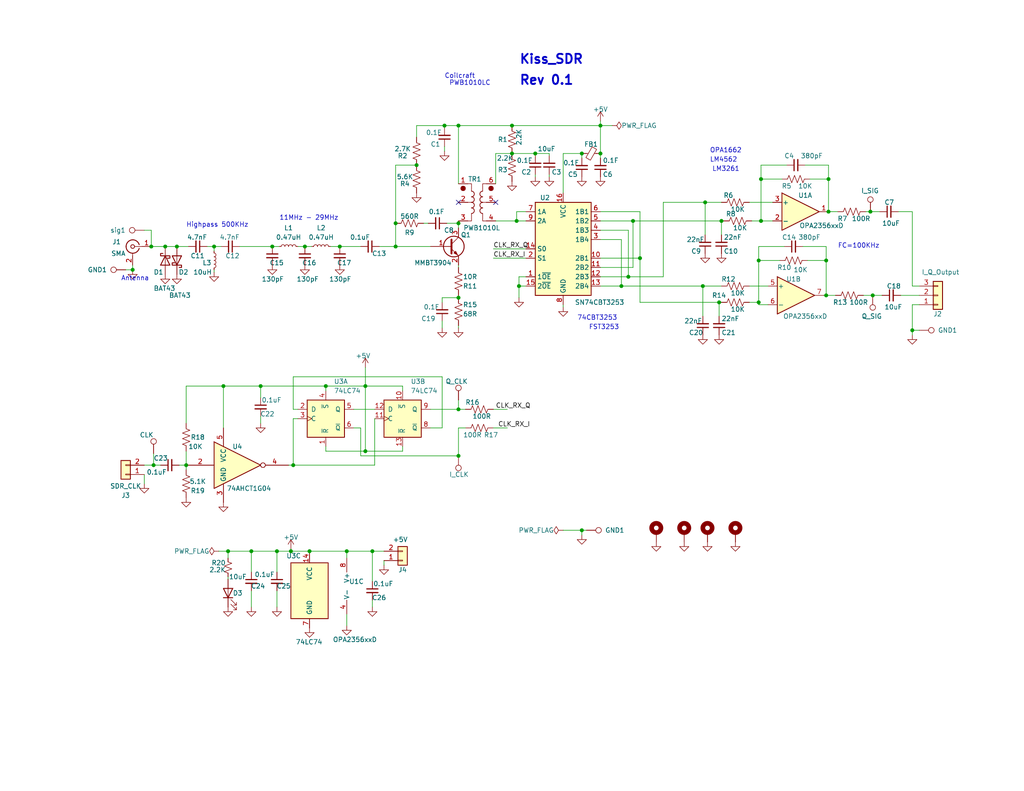
<source format=kicad_sch>
(kicad_sch (version 20230121) (generator eeschema)
  (paper "USLetter")
  (title_block (title "kiss_sdr_r1") (date "2024-03-12") (rev "0.1"))
  (junction (at 174.625 70.485))
  (junction (at 68.58 150.495))
  (junction (at 226.06 48.895))
  (junction (at 125.095 111.76))
  (junction (at 75.565 150.495))
  (junction (at 41.91 127))
  (junction (at 158.75 144.78))
  (junction (at 62.23 150.495))
  (junction (at 58.42 67.31))
  (junction (at 139.7 41.91))
  (junction (at 169.545 78.105))
  (junction (at 125.095 60.96))
  (junction (at 196.85 60.325))
  (junction (at 207.645 60.325))
  (junction (at 238.125 80.645))
  (junction (at 237.49 57.785))
  (junction (at 207.01 71.12))
  (junction (at 79.375 150.495))
  (junction (at 83.185 67.31))
  (junction (at 50.8 127))
  (junction (at 99.695 123.19))
  (junction (at 125.095 34.29))
  (junction (at 225.425 71.12))
  (junction (at 48.26 67.31))
  (junction (at 101.6 150.495))
  (junction (at 191.77 78.105))
  (junction (at 171.45 75.565))
  (junction (at 92.71 67.31))
  (junction (at 60.96 105.41))
  (junction (at 84.455 150.495))
  (junction (at 125.095 81.28))
  (junction (at 41.275 67.31))
  (junction (at 163.83 34.29))
  (junction (at 207.01 82.55))
  (junction (at 163.83 41.91))
  (junction (at 113.665 45.085))
  (junction (at 140.97 60.325))
  (junction (at 99.695 105.41))
  (junction (at 125.095 124.46))
  (junction (at 80.01 127))
  (junction (at 141.605 78.105))
  (junction (at 107.95 67.31))
  (junction (at 158.75 41.91))
  (junction (at 74.295 67.31))
  (junction (at 226.06 57.785))
  (junction (at 45.085 67.31))
  (junction (at 107.95 60.96))
  (junction (at 225.425 80.645))
  (junction (at 88.9 105.41))
  (junction (at 36.195 73.66))
  (junction (at 121.285 34.29))
  (junction (at 248.92 90.17))
  (junction (at 172.72 60.325))
  (junction (at 139.7 34.29))
  (junction (at 146.05 41.91))
  (junction (at 94.615 150.495))
  (junction (at 71.12 105.41))
  (junction (at 207.645 48.895))
  (junction (at 192.405 55.245))
  (junction (at 196.215 82.55))
  (no_connect (at 135.255 55.245))
  (no_connect (at 125.095 55.245))
  (wire (pts (xy 135.255 41.91) (xy 135.255 50.165)))
  (wire (pts (xy 163.83 57.785) (xy 174.625 57.785)))
  (wire (pts (xy 219.71 45.085) (xy 226.06 45.085)))
  (wire (pts (xy 80.01 102.87) (xy 120.65 102.87)))
  (wire (pts (xy 94.615 167.64) (xy 94.615 170.815)))
  (wire (pts (xy 226.06 57.785) (xy 228.6 57.785)))
  (wire (pts (xy 104.775 153.035) (xy 104.775 154.305)))
  (wire (pts (xy 139.7 34.29) (xy 163.83 34.29)))
  (wire (pts (xy 207.645 60.325) (xy 210.82 60.325)))
  (wire (pts (xy 248.92 90.17) (xy 248.92 91.44)))
  (wire (pts (xy 60.96 105.41) (xy 60.96 116.84)))
  (wire (pts (xy 90.17 67.31) (xy 92.71 67.31)))
  (wire (pts (xy 101.6 158.75) (xy 101.6 150.495)))
  (wire (pts (xy 204.47 55.245) (xy 210.82 55.245)))
  (wire (pts (xy 196.215 82.55) (xy 196.215 86.36)))
  (wire (pts (xy 149.86 41.91) (xy 149.86 42.545)))
  (wire (pts (xy 169.545 78.105) (xy 169.545 65.405)))
  (wire (pts (xy 192.405 55.245) (xy 192.405 64.135)))
  (wire (pts (xy 101.6 150.495) (xy 94.615 150.495)))
  (wire (pts (xy 207.645 48.895) (xy 207.645 60.325)))
  (wire (pts (xy 141.605 75.565) (xy 141.605 78.105)))
  (wire (pts (xy 39.37 129.54) (xy 39.37 132.08)))
  (wire (pts (xy 236.22 57.785) (xy 237.49 57.785)))
  (wire (pts (xy 248.92 57.785) (xy 248.92 78.105)))
  (wire (pts (xy 158.75 41.91) (xy 158.75 43.18)))
  (wire (pts (xy 225.425 80.645) (xy 227.965 80.645)))
  (wire (pts (xy 79.375 149.86) (xy 79.375 150.495)))
  (wire (pts (xy 99.695 105.41) (xy 99.695 123.19)))
  (wire (pts (xy 163.83 75.565) (xy 171.45 75.565)))
  (wire (pts (xy 226.06 48.895) (xy 220.98 48.895)))
  (wire (pts (xy 94.615 152.4) (xy 94.615 150.495)))
  (wire (pts (xy 79.375 150.495) (xy 84.455 150.495)))
  (wire (pts (xy 139.7 41.91) (xy 135.255 41.91)))
  (wire (pts (xy 196.85 78.105) (xy 191.77 78.105)))
  (wire (pts (xy 68.58 156.21) (xy 68.58 150.495)))
  (wire (pts (xy 225.425 67.31) (xy 225.425 71.12)))
  (wire (pts (xy 140.97 57.785) (xy 143.51 57.785)))
  (wire (pts (xy 207.01 67.31) (xy 207.01 71.12)))
  (wire (pts (xy 68.58 161.29) (xy 68.58 165.735)))
  (wire (pts (xy 172.72 60.325) (xy 196.85 60.325)))
  (wire (pts (xy 125.095 109.22) (xy 125.095 111.76)))
  (wire (pts (xy 207.645 48.895) (xy 213.36 48.895)))
  (wire (pts (xy 62.23 158.115) (xy 62.23 157.48)))
  (wire (pts (xy 75.565 150.495) (xy 75.565 156.21)))
  (wire (pts (xy 79.375 150.495) (xy 75.565 150.495)))
  (wire (pts (xy 120.65 81.28) (xy 120.65 82.55)))
  (wire (pts (xy 219.075 67.31) (xy 225.425 67.31)))
  (wire (pts (xy 109.855 123.19) (xy 109.855 121.92)))
  (wire (pts (xy 146.05 41.91) (xy 149.86 41.91)))
  (wire (pts (xy 196.85 60.325) (xy 196.85 64.135)))
  (wire (pts (xy 68.58 150.495) (xy 75.565 150.495)))
  (wire (pts (xy 117.475 116.84) (xy 120.65 116.84)))
  (wire (pts (xy 45.085 67.31) (xy 48.26 67.31)))
  (wire (pts (xy 245.745 80.645) (xy 250.825 80.645)))
  (wire (pts (xy 213.995 67.31) (xy 207.01 67.31)))
  (wire (pts (xy 248.92 83.185) (xy 250.825 83.185)))
  (wire (pts (xy 103.505 67.31) (xy 107.95 67.31)))
  (wire (pts (xy 163.83 70.485) (xy 174.625 70.485)))
  (wire (pts (xy 68.58 150.495) (xy 62.23 150.495)))
  (wire (pts (xy 50.8 123.19) (xy 50.8 127)))
  (wire (pts (xy 48.26 67.31) (xy 51.435 67.31)))
  (wire (pts (xy 238.125 80.645) (xy 240.665 80.645)))
  (wire (pts (xy 41.91 123.825) (xy 41.91 127)))
  (wire (pts (xy 59.69 150.495) (xy 62.23 150.495)))
  (wire (pts (xy 107.95 60.96) (xy 107.95 67.31)))
  (wire (pts (xy 121.92 60.96) (xy 125.095 60.96)))
  (wire (pts (xy 169.545 78.105) (xy 191.77 78.105)))
  (wire (pts (xy 153.67 41.91) (xy 153.67 52.705)))
  (wire (pts (xy 125.095 34.29) (xy 125.095 50.165)))
  (wire (pts (xy 58.42 67.31) (xy 60.325 67.31)))
  (wire (pts (xy 134.62 116.84) (xy 138.43 116.84)))
  (wire (pts (xy 84.455 150.495) (xy 94.615 150.495)))
  (wire (pts (xy 172.72 73.025) (xy 172.72 60.325)))
  (wire (pts (xy 143.51 75.565) (xy 141.605 75.565)))
  (wire (pts (xy 248.92 83.185) (xy 248.92 90.17)))
  (wire (pts (xy 204.47 82.55) (xy 207.01 82.55)))
  (wire (pts (xy 163.83 60.325) (xy 172.72 60.325)))
  (wire (pts (xy 205.105 60.325) (xy 207.645 60.325)))
  (wire (pts (xy 226.06 45.085) (xy 226.06 48.895)))
  (wire (pts (xy 153.67 41.91) (xy 158.75 41.91)))
  (wire (pts (xy 125.095 72.39) (xy 125.095 73.025)))
  (wire (pts (xy 158.75 144.78) (xy 158.75 146.05)))
  (wire (pts (xy 34.29 73.66) (xy 36.195 73.66)))
  (wire (pts (xy 41.275 62.865) (xy 39.37 62.865)))
  (wire (pts (xy 81.28 114.3) (xy 80.01 114.3)))
  (wire (pts (xy 78.74 127) (xy 80.01 127)))
  (wire (pts (xy 160.02 144.78) (xy 158.75 144.78)))
  (wire (pts (xy 174.625 70.485) (xy 174.625 82.55)))
  (wire (pts (xy 41.275 67.31) (xy 41.275 62.865)))
  (wire (pts (xy 163.83 62.865) (xy 171.45 62.865)))
  (wire (pts (xy 125.095 81.28) (xy 120.65 81.28)))
  (wire (pts (xy 101.6 150.495) (xy 104.775 150.495)))
  (wire (pts (xy 207.645 45.085) (xy 207.645 48.895)))
  (wire (pts (xy 74.295 67.31) (xy 76.2 67.31)))
  (wire (pts (xy 41.275 67.31) (xy 45.085 67.31)))
  (wire (pts (xy 125.095 124.46) (xy 125.095 116.84)))
  (wire (pts (xy 96.52 111.76) (xy 102.235 111.76)))
  (wire (pts (xy 80.01 114.3) (xy 80.01 127)))
  (wire (pts (xy 225.425 71.12) (xy 225.425 80.645)))
  (wire (pts (xy 196.85 82.55) (xy 196.215 82.55)))
  (wire (pts (xy 71.12 113.665) (xy 71.12 115.57)))
  (wire (pts (xy 149.86 47.625) (xy 149.86 48.26)))
  (wire (pts (xy 88.9 105.41) (xy 88.9 106.68)))
  (wire (pts (xy 134.62 70.485) (xy 143.51 70.485)))
  (wire (pts (xy 41.91 127) (xy 43.815 127)))
  (wire (pts (xy 207.01 71.12) (xy 212.725 71.12)))
  (wire (pts (xy 235.585 80.645) (xy 238.125 80.645)))
  (wire (pts (xy 80.01 127) (xy 102.235 127)))
  (wire (pts (xy 56.515 67.31) (xy 58.42 67.31)))
  (wire (pts (xy 84.455 150.495) (xy 84.455 151.13)))
  (wire (pts (xy 88.9 123.19) (xy 99.695 123.19)))
  (wire (pts (xy 214.63 45.085) (xy 207.645 45.085)))
  (wire (pts (xy 135.255 60.325) (xy 140.97 60.325)))
  (wire (pts (xy 237.49 57.785) (xy 240.03 57.785)))
  (wire (pts (xy 58.42 73.66) (xy 58.42 74.295)))
  (wire (pts (xy 209.55 78.105) (xy 204.47 78.105)))
  (wire (pts (xy 96.52 116.84) (xy 98.425 116.84)))
  (wire (pts (xy 113.665 34.29) (xy 113.665 37.465)))
  (wire (pts (xy 125.095 34.29) (xy 139.7 34.29)))
  (wire (pts (xy 121.285 40.005) (xy 121.285 41.275)))
  (wire (pts (xy 39.37 127) (xy 41.91 127)))
  (wire (pts (xy 163.83 65.405) (xy 169.545 65.405)))
  (wire (pts (xy 134.62 67.945) (xy 143.51 67.945)))
  (wire (pts (xy 107.95 67.31) (xy 117.475 67.31)))
  (wire (pts (xy 180.975 55.245) (xy 192.405 55.245)))
  (wire (pts (xy 120.65 87.63) (xy 120.65 89.535)))
  (wire (pts (xy 125.095 111.76) (xy 127 111.76)))
  (wire (pts (xy 115.57 60.96) (xy 116.84 60.96)))
  (wire (pts (xy 121.285 34.29) (xy 113.665 34.29)))
  (wire (pts (xy 191.77 78.105) (xy 191.77 86.36)))
  (wire (pts (xy 99.695 105.41) (xy 99.695 100.33)))
  (wire (pts (xy 207.01 71.12) (xy 207.01 82.55)))
  (wire (pts (xy 121.285 34.29) (xy 121.285 34.925)))
  (wire (pts (xy 163.83 41.91) (xy 163.83 43.18)))
  (wire (pts (xy 125.095 80.645) (xy 125.095 81.28)))
  (wire (pts (xy 102.235 114.3) (xy 102.235 127)))
  (wire (pts (xy 109.855 106.68) (xy 109.855 105.41)))
  (wire (pts (xy 101.6 163.83) (xy 101.6 165.735)))
  (wire (pts (xy 171.45 75.565) (xy 171.45 62.865)))
  (wire (pts (xy 248.92 78.105) (xy 250.825 78.105)))
  (wire (pts (xy 121.285 34.29) (xy 125.095 34.29)))
  (wire (pts (xy 58.42 67.31) (xy 58.42 68.58)))
  (wire (pts (xy 143.51 60.325) (xy 140.97 60.325)))
  (wire (pts (xy 120.65 102.87) (xy 120.65 116.84)))
  (wire (pts (xy 140.97 60.325) (xy 140.97 57.785)))
  (wire (pts (xy 174.625 82.55) (xy 196.215 82.55)))
  (wire (pts (xy 125.095 116.84) (xy 127 116.84)))
  (wire (pts (xy 50.8 105.41) (xy 50.8 115.57)))
  (wire (pts (xy 207.01 83.185) (xy 209.55 83.185)))
  (wire (pts (xy 99.695 123.19) (xy 109.855 123.19)))
  (wire (pts (xy 163.83 73.025) (xy 172.72 73.025)))
  (wire (pts (xy 134.62 111.76) (xy 138.43 111.76)))
  (wire (pts (xy 226.06 57.785) (xy 226.06 48.895)))
  (wire (pts (xy 92.71 67.31) (xy 98.425 67.31)))
  (wire (pts (xy 163.83 34.29) (xy 167.005 34.29)))
  (wire (pts (xy 109.855 105.41) (xy 99.695 105.41)))
  (wire (pts (xy 98.425 124.46) (xy 125.095 124.46)))
  (wire (pts (xy 197.485 60.325) (xy 196.85 60.325)))
  (wire (pts (xy 71.12 108.585) (xy 71.12 105.41)))
  (wire (pts (xy 107.95 45.085) (xy 107.95 60.96)))
  (wire (pts (xy 125.095 60.325) (xy 125.095 60.96)))
  (wire (pts (xy 65.405 67.31) (xy 74.295 67.31)))
  (wire (pts (xy 71.12 105.41) (xy 88.9 105.41)))
  (wire (pts (xy 248.92 90.17) (xy 250.825 90.17)))
  (wire (pts (xy 50.8 127) (xy 50.8 128.27)))
  (wire (pts (xy 146.05 47.625) (xy 146.05 48.26)))
  (wire (pts (xy 36.195 73.66) (xy 36.195 72.39)))
  (wire (pts (xy 81.28 67.31) (xy 83.185 67.31)))
  (wire (pts (xy 60.96 105.41) (xy 71.12 105.41)))
  (wire (pts (xy 125.095 88.9) (xy 125.095 89.535)))
  (wire (pts (xy 153.67 83.185) (xy 153.67 83.82)))
  (wire (pts (xy 83.185 67.31) (xy 85.09 67.31)))
  (wire (pts (xy 113.665 45.085) (xy 107.95 45.085)))
  (wire (pts (xy 50.8 105.41) (xy 60.96 105.41)))
  (wire (pts (xy 48.895 127) (xy 50.8 127)))
  (wire (pts (xy 207.01 83.185) (xy 207.01 82.55)))
  (wire (pts (xy 245.11 57.785) (xy 248.92 57.785)))
  (wire (pts (xy 143.51 78.105) (xy 141.605 78.105)))
  (wire (pts (xy 88.9 121.92) (xy 88.9 123.19)))
  (wire (pts (xy 117.475 111.76) (xy 125.095 111.76)))
  (wire (pts (xy 99.695 105.41) (xy 88.9 105.41)))
  (wire (pts (xy 80.01 111.76) (xy 80.01 102.87)))
  (wire (pts (xy 139.7 41.91) (xy 146.05 41.91)))
  (wire (pts (xy 146.05 41.91) (xy 146.05 42.545)))
  (wire (pts (xy 180.975 75.565) (xy 180.975 55.245)))
  (wire (pts (xy 153.67 144.78) (xy 158.75 144.78)))
  (wire (pts (xy 81.28 111.76) (xy 80.01 111.76)))
  (wire (pts (xy 225.425 71.12) (xy 220.345 71.12)))
  (wire (pts (xy 225.425 80.645) (xy 224.79 80.645)))
  (wire (pts (xy 163.83 34.29) (xy 163.83 41.91)))
  (wire (pts (xy 163.83 78.105) (xy 169.545 78.105)))
  (wire (pts (xy 125.095 60.96) (xy 125.095 62.23)))
  (wire (pts (xy 75.565 161.29) (xy 75.565 165.735)))
  (wire (pts (xy 62.23 150.495) (xy 62.23 152.4)))
  (wire (pts (xy 98.425 116.84) (xy 98.425 124.46)))
  (wire (pts (xy 196.85 55.245) (xy 192.405 55.245)))
  (wire (pts (xy 141.605 78.105) (xy 141.605 81.28)))
  (wire (pts (xy 171.45 75.565) (xy 180.975 75.565)))
  (wire (pts (xy 174.625 57.785) (xy 174.625 70.485)))
  (wire (pts (xy 163.83 33.02) (xy 163.83 34.29)))
  (text "11MHz - 29MHz" (at 76.2 60.325 0) (effects (font (size 1.27 1.27)) (justify left bottom)))
  (text "Highpass 500KHz" (at 50.8 62.23 0) (effects (font (size 1.27 1.27)) (justify left bottom)))
  (text "Coilcraft" (at 121.285 21.59 0) (effects (font (size 1.27 1.27)) (justify left bottom)))
  (text "Kiss_SDR" (at 141.605 17.78 0) (effects (font (size 2.5 2.5) (thickness 0.5) bold) (justify left bottom)))
  (text "FC=100KHz" (at 228.6 67.945 0) (effects (font (size 1.27 1.27)) (justify left bottom)))
  (text "Antenna" (at 33.02 76.835 0) (effects (font (size 1.27 1.27)) (justify left bottom)))
  (text "Rev 0.1" (at 141.605 23.495 0) (effects (font (size 2.5 2.5) bold) (justify left bottom)))
  (text "LM3261" (at 194.31 46.99 0) (effects (font (size 1.27 1.27)) (justify left bottom)))
  (text "OPA1662" (at 193.675 41.91 0) (effects (font (size 1.27 1.27)) (justify left bottom)))
  (text "74CBT3253" (at 157.48 87.63 0) (effects (font (size 1.27 1.27)) (justify left bottom)))
  (text "FST3253\n" (at 160.655 90.17 0) (effects (font (size 1.27 1.27)) (justify left bottom)))
  (text "LM4562" (at 193.675 44.45 0) (effects (font (size 1.27 1.27)) (justify left bottom)))
  (text "PWB1010LC" (at 122.555 23.495 0) (effects (font (size 1.27 1.27)) (justify left bottom)))
  (label "CLK_RX_I" (at 134.62 70.485 0))
  (label "CLK_RX_I" (at 135.89 116.84 0))
  (label "CLK_RX_Q" (at 134.62 67.945 0))
  (label "CLK_RX_Q" (at 135.255 111.76 0))
  (symbol (lib_id "Device:C_Small") (at 243.205 80.645 90) (unit 1)
    (property "Reference" "C18" (at 241.935 78.105 90) (effects (justify right)))
    (property "Value" "10uF" (at 241.3 83.82 90) (effects (justify right)))
    (property "Footprint" "Capacitor_SMD:C_1206_3216Metric_Pad1.33x1.80mm_HandSolder" (effects hide))
    (property "Description" "CAP CER, 0.1uF, 25V, X7R, 0603" (effects hide))
    (property "Vendor" "Digikey" (effects hide))
    (property "Vendor #" "1276-1017-1-ND" (effects hide))
  )
  (symbol (lib_id "power:GND") (at 62.23 165.735 0) (unit 1)
    (property "Reference" "#PWR037" (effects hide))
    (property "Value" "GND" (effects hide))
  )
  (symbol (lib_id "Mechanical:MountingHole_Pad") (at 200.66 145.415 0) (unit 1) (in_bom no)
    (property "Reference" "H4" (effects hide))
    (property "Value" "MountingHole_Pad" (effects hide))
    (property "Footprint" "MountingHole:MountingHole_2.7mm_M2.5_ISO14580_Pad" (effects hide))
  )
  (symbol (lib_id "power:+5V") (at 99.695 100.33 0) (unit 1)
    (property "Reference" "#PWR025" (effects hide))
    (property "Value" "+5V" (at 99.06 97.155 0))
  )
  (symbol (lib_id "Connector:TestPoint") (at 34.29 73.66 90) (mirror x) (unit 1) (in_bom no)
    (property "Reference" "GND1" (effects hide))
    (property "Value" "GND1" (at 29.21 73.66 90) (effects (justify left)))
    (property "Footprint" "TestPoint:TestPoint_THTPad_D2.0mm_Drill1.0mm" (effects hide))
  )
  (symbol (lib_id "power:GND") (at 58.42 74.295 0) (unit 1)
    (property "Reference" "#PWR015" (effects hide))
    (property "Value" "GND" (effects hide))
  )
  (symbol (lib_id "Connector:TestPoint") (at 125.095 124.46 0) (mirror x) (unit 1) (in_bom no)
    (property "Reference" "I_CLK1" (effects hide))
    (property "Value" "I_CLK" (at 122.555 129.54 0) (effects (justify left)))
    (property "Footprint" "TestPoint:TestPoint_THTPad_D2.0mm_Drill1.0mm" (effects hide))
  )
  (symbol (lib_id "Device:R_US") (at 139.7 45.72 180) (unit 1)
    (property "Reference" "R3" (at 137.16 46.355 0))
    (property "Value" "2.2K" (at 137.795 43.18 0))
    (property "Footprint" "Resistor_SMD:R_1206_3216Metric_Pad1.30x1.75mm_HandSolder" (effects hide))
  )
  (symbol (lib_id "power:PWR_FLAG") (at 153.67 144.78 90) (unit 1)
    (property "Reference" "#FLG02" (effects hide))
    (property "Value" "PWR_FLAG" (at 151.13 144.78 90) (effects (justify left)))
  )
  (symbol (lib_id "Device:R_US") (at 217.17 48.895 90) (unit 1)
    (property "Reference" "R5" (at 214.63 50.8 90))
    (property "Value" "10K" (at 219.71 50.8 90))
    (property "Footprint" "Resistor_SMD:R_1206_3216Metric_Pad1.30x1.75mm_HandSolder" (effects hide))
  )
  (symbol (lib_id "Device:C_Small") (at 192.405 66.675 180) (unit 1)
    (property "Reference" "C9" (at 188.595 68.58 0) (effects (justify right)))
    (property "Value" "22nF" (at 187.325 65.405 0) (effects (justify right)))
    (property "Footprint" "Capacitor_SMD:C_1206_3216Metric_Pad1.33x1.80mm_HandSolder" (effects hide))
    (property "Description" "CAP CER, 0.1uF, 25V, X7R, 0603" (effects hide))
    (property "Vendor" "Digikey" (effects hide))
    (property "Vendor #" "1276-1017-1-ND" (effects hide))
  )
  (symbol (lib_id "Mechanical:MountingHole_Pad") (at 179.07 145.415 0) (unit 1) (in_bom no)
    (property "Reference" "H1" (effects hide))
    (property "Value" "MountingHole_Pad" (effects hide))
    (property "Footprint" "MountingHole:MountingHole_2.7mm_M2.5_ISO14580_Pad" (effects hide))
  )
  (symbol (lib_id "power:GND") (at 50.8 135.89 0) (unit 1)
    (property "Reference" "#PWR028" (effects hide))
    (property "Value" "GND" (effects hide))
  )
  (symbol (lib_id "Device:R_US") (at 125.095 85.09 180) (unit 1)
    (property "Reference" "R15" (at 128.27 83.185 0))
    (property "Value" "68R" (at 128.27 85.725 0))
    (property "Footprint" "Resistor_SMD:R_1206_3216Metric_Pad1.30x1.75mm_HandSolder" (effects hide))
  )
  (symbol (lib_id "power:GND") (at 75.565 165.735 0) (unit 1)
    (property "Reference" "#PWR039" (effects hide))
    (property "Value" "GND" (effects hide))
  )
  (symbol (lib_id "Device:C_Small") (at 62.865 67.31 270) (unit 1)
    (property "Reference" "C12" (at 65.405 69.85 90) (effects (justify right)))
    (property "Value" "4.7nF" (at 65.405 64.77 90) (effects (justify right)))
    (property "Footprint" "Capacitor_SMD:C_1206_3216Metric_Pad1.33x1.80mm_HandSolder" (effects hide))
    (property "Description" "CAP CER, 0.1uF, 25V, X7R, 0603" (effects hide))
    (property "Vendor" "Digikey" (effects hide))
    (property "Vendor #" "1276-1017-1-ND" (effects hide))
  )
  (symbol (lib_id "Device:FerriteBead_Small") (at 161.29 41.91 270) (unit 1)
    (property "Reference" "FB1" (at 159.385 39.37 90) (effects (justify left)))
    (property "Value" "FerriteBead, 6A 1 9mΩ 33Ω@100MHz ±25% 1206 Ferrite Beads ROHS" (effects hide))
    (property "Footprint" "Inductor_SMD:L_1206_3216Metric_Pad1.42x1.75mm_HandSolder" (effects hide))
    (property "Datasheet" "https://www.fair-rite.com/wp-content/themes/fair-rite/print_product.php?pid=19229" (effects hide))
    (property "Description" "FERRITE BEAD 50 OHM 1206 1LN" (effects hide))
    (property "Vendor" "Digikey" (effects hide))
    (property "Vendor Part #" "1934-1465-1-ND" (effects hide))
  )
  (symbol (lib_id "Device:C_Small") (at 92.71 69.85 0) (unit 1)
    (property "Reference" "C17" (at 95.885 71.755 0) (effects (justify right)))
    (property "Value" "130pF" (at 95.885 76.2 0) (effects (justify right)))
    (property "Footprint" "Capacitor_SMD:C_1206_3216Metric_Pad1.33x1.80mm_HandSolder" (effects hide))
    (property "Description" "CAP CER, 0.1uF, 25V, X7R, 0603" (effects hide))
    (property "Vendor" "Digikey" (effects hide))
    (property "Vendor #" "1276-1017-1-ND" (effects hide))
  )
  (symbol (lib_id "power:GND") (at 121.285 41.275 0) (unit 1)
    (property "Reference" "#PWR02" (effects hide))
    (property "Value" "GND" (effects hide))
  )
  (symbol (lib_id "power:GND") (at 120.65 89.535 0) (unit 1)
    (property "Reference" "#PWR020" (effects hide))
    (property "Value" "GND" (effects hide))
  )
  (symbol (lib_id "power:GND") (at 84.455 171.45 0) (unit 1)
    (property "Reference" "#PWR042" (effects hide))
    (property "Value" "GND" (effects hide))
  )
  (symbol (lib_id "Device:C_Small") (at 191.77 88.9 180) (unit 1)
    (property "Reference" "C20" (at 187.96 90.805 0) (effects (justify right)))
    (property "Value" "22nF" (at 186.69 87.63 0) (effects (justify right)))
    (property "Footprint" "Capacitor_SMD:C_1206_3216Metric_Pad1.33x1.80mm_HandSolder" (effects hide))
    (property "Description" "CAP CER, 0.1uF, 25V, X7R, 0603" (effects hide))
    (property "Vendor" "Digikey" (effects hide))
    (property "Vendor #" "1276-1017-1-ND" (effects hide))
  )
  (symbol (lib_id "Device:C_Small") (at 75.565 158.75 0) (unit 1)
    (property "Reference" "C25" (at 79.375 160.02 0) (effects (justify right)))
    (property "Value" "0.1uF" (at 74.93 156.845 0) (effects (justify right)))
    (property "Footprint" "Capacitor_SMD:C_1206_3216Metric_Pad1.33x1.80mm_HandSolder" (effects hide))
    (property "Description" "CAP CER, 0.1uF, 25V, X7R, 0603" (effects hide))
    (property "Vendor" "Digikey" (effects hide))
    (property "Vendor #" "1276-1017-1-ND" (effects hide))
  )
  (symbol (lib_id "Device:R_US") (at 200.66 78.105 90) (unit 1)
    (property "Reference" "R12" (at 198.755 76.2 90))
    (property "Value" "10K" (at 201.295 80.01 90))
    (property "Footprint" "Resistor_SMD:R_1206_3216Metric_Pad1.30x1.75mm_HandSolder" (effects hide))
  )
  (symbol (lib_id "power:PWR_FLAG") (at 167.005 34.29 270) (mirror x) (unit 1)
    (property "Reference" "#FLG01" (effects hide))
    (property "Value" "PWR_FLAG" (at 169.545 34.29 90) (effects (justify left)))
  )
  (symbol (lib_id "Device:L_Small") (at 78.74 67.31 90) (unit 1)
    (property "Reference" "L1" (at 78.74 62.23 90))
    (property "Value" "0.47uH" (at 78.74 64.77 90))
    (property "Footprint" "Resistor_SMD:R_1210_3225Metric_Pad1.30x2.65mm_HandSolder" (effects hide))
  )
  (symbol (lib_id "Amplifier_Operational:OPA2356xxD") (at 218.44 57.785 0) (unit 1)
    (property "Reference" "U1" (at 219.71 53.34 0))
    (property "Value" "OPA2356xxD" (at 224.155 61.595 0))
    (property "Datasheet" "http://www.ti.com/lit/ds/symlink/opa2356.pdf" (effects hide))
  )
  (symbol (lib_id "power:+5V") (at 79.375 149.86 0) (unit 1)
    (property "Reference" "#PWR035" (effects hide))
    (property "Value" "+5V" (at 79.375 146.685 0))
  )
  (symbol (lib_id "power:GND") (at 196.215 91.44 0) (unit 1)
    (property "Reference" "#PWR023" (effects hide))
    (property "Value" "GND" (effects hide))
  )
  (symbol (lib_id "power:GND") (at 45.085 74.93 0) (unit 1)
    (property "Reference" "#PWR016" (effects hide))
    (property "Value" "GND" (effects hide))
  )
  (symbol (lib_id "Device:C_Small") (at 196.85 66.675 180) (unit 1)
    (property "Reference" "C10" (at 197.485 68.58 0) (effects (justify right)))
    (property "Value" "22nF" (at 197.485 64.77 0) (effects (justify right)))
    (property "Footprint" "Capacitor_SMD:C_1206_3216Metric_Pad1.33x1.80mm_HandSolder" (effects hide))
    (property "Description" "CAP CER, 0.1uF, 25V, X7R, 0603" (effects hide))
    (property "Vendor" "Digikey" (effects hide))
    (property "Vendor #" "1276-1017-1-ND" (effects hide))
  )
  (symbol (lib_id "Device:C_Small") (at 149.86 45.085 180) (unit 1)
    (property "Reference" "C3" (at 150.495 46.99 0) (effects (justify right)))
    (property "Value" "10uF" (at 146.685 40.64 0) (effects (justify right)))
    (property "Footprint" "Capacitor_SMD:C_1206_3216Metric_Pad1.33x1.80mm_HandSolder" (effects hide))
    (property "Description" "CAP CER, 0.1uF, 25V, X7R, 0603" (effects hide))
    (property "Vendor" "Digikey" (effects hide))
    (property "Vendor #" "1276-1017-1-ND" (effects hide))
  )
  (symbol (lib_id "Device:R_US") (at 111.76 60.96 270) (unit 1)
    (property "Reference" "R9" (at 111.76 63.5 90))
    (property "Value" "560R" (at 111.76 59.055 90))
    (property "Footprint" "Resistor_SMD:R_1206_3216Metric_Pad1.30x1.75mm_HandSolder" (effects hide))
  )
  (symbol (lib_id "Device:C_Small") (at 242.57 57.785 90) (unit 1)
    (property "Reference" "C7" (at 241.3 55.245 90) (effects (justify right)))
    (property "Value" "10uF" (at 240.665 60.96 90) (effects (justify right)))
    (property "Footprint" "Capacitor_SMD:C_1206_3216Metric_Pad1.33x1.80mm_HandSolder" (effects hide))
    (property "Description" "CAP CER, 0.1uF, 25V, X7R, 0603" (effects hide))
    (property "Vendor" "Digikey" (effects hide))
    (property "Vendor #" "1276-1017-1-ND" (effects hide))
  )
  (symbol (lib_id "Device:R_US") (at 139.7 38.1 180) (unit 1)
    (property "Reference" "R1" (at 137.16 38.1 0))
    (property "Value" "2.2K" (at 141.605 37.465 90))
    (property "Footprint" "Resistor_SMD:R_1206_3216Metric_Pad1.30x1.75mm_HandSolder" (effects hide))
  )
  (symbol (lib_id "Device:R_US") (at 113.665 48.895 180) (unit 1)
    (property "Reference" "R4" (at 110.49 50.165 0))
    (property "Value" "5.6K" (at 110.49 48.26 0))
    (property "Footprint" "Resistor_SMD:R_1206_3216Metric_Pad1.30x1.75mm_HandSolder" (effects hide))
  )
  (symbol (lib_id "power:GND") (at 68.58 165.735 0) (unit 1)
    (property "Reference" "#PWR038" (effects hide))
    (property "Value" "GND" (effects hide))
  )
  (symbol (lib_id "Device:C_Small") (at 120.65 85.09 180) (unit 1)
    (property "Reference" "C19" (at 114.935 86.995 0) (effects (justify right)))
    (property "Value" "0.1F" (at 115.57 83.82 0) (effects (justify right)))
    (property "Footprint" "Capacitor_SMD:C_1206_3216Metric_Pad1.33x1.80mm_HandSolder" (effects hide))
    (property "Description" "CAP CER, 0.1uF, 25V, X7R, 0603" (effects hide))
    (property "Vendor" "Digikey" (effects hide))
    (property "Vendor #" "1276-1017-1-ND" (effects hide))
  )
  (symbol (lib_id "Device:C_Small") (at 217.17 45.085 90) (unit 1)
    (property "Reference" "C4" (at 213.995 42.545 90) (effects (justify right)))
    (property "Value" "380pF" (at 218.44 42.545 90) (effects (justify right)))
    (property "Footprint" "Capacitor_SMD:C_1206_3216Metric_Pad1.33x1.80mm_HandSolder" (effects hide))
    (property "Description" "CAP CER, 0.1uF, 25V, X7R, 0603" (effects hide))
    (property "Vendor" "Digikey" (effects hide))
    (property "Vendor #" "1276-1017-1-ND" (effects hide))
  )
  (symbol (lib_id "power:GND") (at 83.185 72.39 0) (unit 1)
    (property "Reference" "#PWR012" (effects hide))
    (property "Value" "GND" (effects hide))
  )
  (symbol (lib_id "power:GND") (at 158.75 48.26 0) (unit 1)
    (property "Reference" "#PWR05" (effects hide))
    (property "Value" "GND" (effects hide))
  )
  (symbol (lib_id "Device:L_Small") (at 58.42 71.12 0) (unit 1)
    (property "Reference" "L3" (at 55.245 71.755 0) (effects (justify left)))
    (property "Value" "10uH" (at 52.705 74.295 0) (effects (justify left)))
    (property "Footprint" "Capacitor_SMD:C_1210_3225Metric_Pad1.33x2.70mm_HandSolder" (effects hide))
  )
  (symbol (lib_id "Device:R_US") (at 50.8 132.08 180) (unit 1)
    (property "Reference" "R19" (at 53.975 133.985 0))
    (property "Value" "5.1K" (at 53.975 131.445 0))
    (property "Footprint" "Resistor_SMD:R_1206_3216Metric_Pad1.30x1.75mm_HandSolder" (effects hide))
  )
  (symbol (lib_id "74xx:74HC74") (at 109.855 114.3 0) (unit 2)
    (property "Reference" "U3" (at 112.0491 104.14 0) (effects (justify left)))
    (property "Value" "74LC74" (at 112.0491 106.68 0) (effects (justify left)))
    (property "Footprint" "Package_SO:SO-14_5.3x10.2mm_P1.27mm" (effects hide))
    (property "Datasheet" "74xx/74hc_hct74.pdf" (effects hide))
  )
  (symbol (lib_id "power:GND") (at 141.605 81.28 0) (unit 1)
    (property "Reference" "#PWR018" (effects hide))
    (property "Value" "GND" (effects hide))
  )
  (symbol (lib_id "Amplifier_Operational:OPA2356xxD") (at 217.17 80.645 0) (unit 2)
    (property "Reference" "U1" (at 216.535 76.2 0))
    (property "Value" "OPA2356xxD" (at 219.71 86.36 0))
    (property "Datasheet" "http://www.ti.com/lit/ds/symlink/opa2356.pdf" (effects hide))
  )
  (symbol (lib_id "Device:C_Small") (at 101.6 161.29 0) (unit 1)
    (property "Reference" "C26" (at 105.41 163.195 0) (effects (justify right)))
    (property "Value" "0.1uF" (at 107.315 159.385 0) (effects (justify right)))
    (property "Footprint" "Capacitor_SMD:C_1206_3216Metric_Pad1.33x1.80mm_HandSolder" (effects hide))
    (property "Description" "CAP CER, 0.1uF, 25V, X7R, 0603" (effects hide))
    (property "Vendor" "Digikey" (effects hide))
    (property "Vendor #" "1276-1017-1-ND" (effects hide))
  )
  (symbol (lib_id "power:GND") (at 149.86 48.26 0) (unit 1)
    (property "Reference" "#PWR04" (effects hide))
    (property "Value" "GND" (effects hide))
  )
  (symbol (lib_id "Connector_Generic:Conn_01x03") (at 255.905 80.645 0) (mirror x) (unit 1)
    (property "Reference" "J2" (at 254.635 85.725 0) (effects (justify left)))
    (property "Value" "I_Q_Output" (at 251.46 74.295 0) (effects (justify left)))
    (property "Footprint" "Connector_PinHeader_2.54mm:PinHeader_1x03_P2.54mm_Vertical" (effects hide))
  )
  (symbol (lib_id "Connector:TestPoint") (at 39.37 62.865 90) (mirror x) (unit 1) (in_bom no)
    (property "Reference" "sig1" (effects hide))
    (property "Value" "sig1" (at 34.29 62.865 90) (effects (justify left)))
    (property "Footprint" "TestPoint:TestPoint_THTPad_D2.0mm_Drill1.0mm" (effects hide))
  )
  (symbol (lib_id "power:+5V") (at 163.83 33.02 0) (unit 1)
    (property "Reference" "#PWR01" (effects hide))
    (property "Value" "+5V" (at 163.83 29.845 0))
  )
  (symbol (lib_id "power:GND") (at 113.665 52.705 0) (unit 1)
    (property "Reference" "#PWR08" (effects hide))
    (property "Value" "GND" (effects hide))
  )
  (symbol (lib_id "Device:R_US") (at 232.41 57.785 90) (unit 1)
    (property "Reference" "R7" (at 229.87 59.69 90))
    (property "Value" "100R" (at 234.95 59.69 90))
    (property "Footprint" "Resistor_SMD:R_1206_3216Metric_Pad1.30x1.75mm_HandSolder" (effects hide))
  )
  (symbol (lib_id "power:GND") (at 125.095 89.535 0) (unit 1)
    (property "Reference" "#PWR021" (effects hide))
    (property "Value" "GND" (effects hide))
  )
  (symbol (lib_id "power:GND") (at 60.96 137.16 0) (unit 1)
    (property "Reference" "#PWR029" (effects hide))
    (property "Value" "GND" (effects hide))
  )
  (symbol (lib_id "Device:R_US") (at 216.535 71.12 90) (unit 1)
    (property "Reference" "R10" (at 213.995 73.025 90))
    (property "Value" "10K" (at 218.44 73.66 90))
    (property "Footprint" "Resistor_SMD:R_1206_3216Metric_Pad1.30x1.75mm_HandSolder" (effects hide))
  )
  (symbol (lib_id "Device:C_Small") (at 46.355 127 90) (unit 1)
    (property "Reference" "C23" (at 41.91 125.095 90) (effects (justify right)))
    (property "Value" "0.1uF" (at 40.005 128.905 90) (effects (justify right)))
    (property "Footprint" "Capacitor_SMD:C_1206_3216Metric_Pad1.33x1.80mm_HandSolder" (effects hide))
    (property "Description" "CAP CER, 0.1uF, 25V, X7R, 0603" (effects hide))
    (property "Vendor" "Digikey" (effects hide))
    (property "Vendor #" "1276-1017-1-ND" (effects hide))
  )
  (symbol (lib_id "Amplifier_Operational:OPA2356xxD") (at 97.155 160.02 0) (unit 3)
    (property "Reference" "U1" (at 95.25 158.75 0) (effects (justify left)))
    (property "Value" "OPA2356xxD" (at 90.805 174.625 0) (effects (justify left)))
    (property "Datasheet" "http://www.ti.com/lit/ds/symlink/opa2356.pdf" (effects hide))
  )
  (symbol (lib_id "Device:R_US") (at 113.665 41.275 180) (unit 1)
    (property "Reference" "R2" (at 109.855 42.545 0))
    (property "Value" "2.7K" (at 109.855 40.64 0))
    (property "Footprint" "Resistor_SMD:R_1206_3216Metric_Pad1.30x1.75mm_HandSolder" (effects hide))
  )
  (symbol (lib_id "Mechanical:MountingHole_Pad") (at 186.69 145.415 0) (unit 1) (in_bom no)
    (property "Reference" "H2" (effects hide))
    (property "Value" "MountingHole_Pad" (effects hide))
    (property "Footprint" "MountingHole:MountingHole_2.7mm_M2.5_ISO14580_Pad" (effects hide))
  )
  (symbol (lib_id "Connector:TestPoint") (at 238.125 80.645 180) (unit 1) (in_bom no)
    (property "Reference" "Q_SIG1" (effects hide))
    (property "Value" "Q_SIG" (at 240.665 86.36 0) (effects (justify left)))
    (property "Footprint" "TestPoint:TestPoint_THTPad_D2.0mm_Drill1.0mm" (effects hide))
  )
  (symbol (lib_id "power:GND") (at 191.77 91.44 0) (unit 1)
    (property "Reference" "#PWR022" (effects hide))
    (property "Value" "GND" (effects hide))
  )
  (symbol (lib_id "Device:C_Small") (at 196.215 88.9 180) (unit 1)
    (property "Reference" "C21" (at 196.85 90.805 0) (effects (justify right)))
    (property "Value" "22nF" (at 196.85 86.995 0) (effects (justify right)))
    (property "Footprint" "Capacitor_SMD:C_1206_3216Metric_Pad1.33x1.80mm_HandSolder" (effects hide))
    (property "Description" "CAP CER, 0.1uF, 25V, X7R, 0603" (effects hide))
    (property "Vendor" "Digikey" (effects hide))
    (property "Vendor #" "1276-1017-1-ND" (effects hide))
  )
  (symbol (lib_id "Device:R_US") (at 201.295 60.325 90) (unit 1)
    (property "Reference" "R8" (at 199.39 58.42 90))
    (property "Value" "10K" (at 201.93 62.23 90))
    (property "Footprint" "Resistor_SMD:R_1206_3216Metric_Pad1.30x1.75mm_HandSolder" (effects hide))
  )
  (symbol (lib_id "power:GND") (at 71.12 115.57 0) (unit 1)
    (property "Reference" "#PWR026" (effects hide))
    (property "Value" "GND" (effects hide))
  )
  (symbol (lib_id "Transistor_BJT:MMBT3904") (at 122.555 67.31 0) (unit 1)
    (property "Reference" "Q1" (at 125.73 64.135 0) (effects (justify left)))
    (property "Value" "MMBT3904" (at 113.03 71.755 0) (effects (justify left)))
    (property "Footprint" "Package_TO_SOT_SMD:SOT-23" (effects hide))
    (property "Datasheet" "https://www.onsemi.com/pdf/datasheet/pzt3904-d.pdf" (effects hide))
  )
  (symbol (lib_id "Device:LED") (at 62.23 161.925 90) (unit 1)
    (property "Reference" "D3" (at 63.5 161.925 90) (effects (justify right)))
    (property "Value" "OC_Fault" (effects hide))
    (property "Footprint" "LED_SMD:LED_1206_3216Metric_Pad1.42x1.75mm_HandSolder" (effects hide))
    (property "Datasheet" "https://sunledusa.com/products/spec/XZM2CRK55W-3.pdf" (effects hide))
    (property "Description" "LED RED CLEAR SMD  1206 " (effects hide))
    (property "Vendor" "Digikey" (effects hide))
    (property "Vendor Part #" "1497-XZM2CRK55W-3RTCT-ND" (effects hide))
  )
  (symbol (lib_id "74xx:74HC74") (at 88.9 114.3 0) (unit 1)
    (property "Reference" "U3" (at 91.0941 104.14 0) (effects (justify left)))
    (property "Value" "74LC74" (at 91.0941 106.68 0) (effects (justify left)))
    (property "Footprint" "Package_SO:SO-14_5.3x10.2mm_P1.27mm" (effects hide))
    (property "Datasheet" "74xx/74hc_hct74.pdf" (effects hide))
  )
  (symbol (lib_id "Device:C_Small") (at 53.975 67.31 270) (unit 1)
    (property "Reference" "C11" (at 55.88 69.85 90) (effects (justify right)))
    (property "Value" "4.7nF" (at 56.515 64.77 90) (effects (justify right)))
    (property "Footprint" "Capacitor_SMD:C_1206_3216Metric_Pad1.33x1.80mm_HandSolder" (effects hide))
    (property "Description" "CAP CER, 0.1uF, 25V, X7R, 0603" (effects hide))
    (property "Vendor" "Digikey" (effects hide))
    (property "Vendor #" "1276-1017-1-ND" (effects hide))
  )
  (symbol (lib_id "power:GND") (at 248.92 91.44 0) (unit 1)
    (property "Reference" "#PWR024" (effects hide))
    (property "Value" "GND" (effects hide))
  )
  (symbol (lib_id "power:GND") (at 153.67 83.82 0) (unit 1)
    (property "Reference" "#PWR019" (effects hide))
    (property "Value" "GND" (effects hide))
  )
  (symbol (lib_id "Device:C_Small") (at 163.83 45.72 180) (unit 1)
    (property "Reference" "C6" (at 164.465 47.625 0) (effects (justify right)))
    (property "Value" "0.1F" (at 164.465 43.815 0) (effects (justify right)))
    (property "Footprint" "Capacitor_SMD:C_1206_3216Metric_Pad1.33x1.80mm_HandSolder" (effects hide))
    (property "Description" "CAP CER, 0.1uF, 25V, X7R, 0603" (effects hide))
    (property "Vendor" "Digikey" (effects hide))
    (property "Vendor #" "1276-1017-1-ND" (effects hide))
  )
  (symbol (lib_id "Device:C_Small") (at 71.12 111.125 0) (unit 1)
    (property "Reference" "C22" (at 74.93 113.03 0) (effects (justify right)))
    (property "Value" "0.1uF" (at 76.835 109.22 0) (effects (justify right)))
    (property "Footprint" "Capacitor_SMD:C_1206_3216Metric_Pad1.33x1.80mm_HandSolder" (effects hide))
    (property "Description" "CAP CER, 0.1uF, 25V, X7R, 0603" (effects hide))
    (property "Vendor" "Digikey" (effects hide))
    (property "Vendor #" "1276-1017-1-ND" (effects hide))
  )
  (symbol (lib_id "power:GND") (at 92.71 72.39 0) (unit 1)
    (property "Reference" "#PWR013" (effects hide))
    (property "Value" "GND" (effects hide))
  )
  (symbol (lib_id "power:GND") (at 179.07 147.955 0) (unit 1)
    (property "Reference" "#PWR031" (effects hide))
    (property "Value" "GND" (effects hide))
  )
  (symbol (lib_id "Diode:BAT43") (at 45.085 71.12 90) (mirror x) (unit 1)
    (property "Reference" "D1" (at 41.91 74.295 90) (effects (justify right)))
    (property "Value" "BAT43" (at 41.91 78.74 90) (effects (justify right)))
    (property "Footprint" "Diode_SMD:D_SOD-123" (effects hide))
    (property "Datasheet" "http://www.vishay.com/docs/85660/bat42.pdf" (effects hide))
    (property "Vendor" "Digikey" (effects hide))
    (property "Vendor #" "3757-BAT43W_R1_00001CT-ND" (effects hide))
  )
  (symbol (lib_id "Connector:TestPoint") (at 125.095 109.22 0) (mirror y) (unit 1) (in_bom no)
    (property "Reference" "Q_CLK1" (effects hide))
    (property "Value" "Q_CLK" (at 127.635 104.14 0) (effects (justify left)))
    (property "Footprint" "TestPoint:TestPoint_THTPad_D2.0mm_Drill1.0mm" (effects hide))
  )
  (symbol (lib_id "power:GND") (at 39.37 132.08 0) (unit 1)
    (property "Reference" "#PWR027" (effects hide))
    (property "Value" "GND" (effects hide))
  )
  (symbol (lib_id "power:GND") (at 193.04 147.955 0) (unit 1)
    (property "Reference" "#PWR033" (effects hide))
    (property "Value" "GND" (effects hide))
  )
  (symbol (lib_id "power:GND") (at 196.85 69.215 0) (unit 1)
    (property "Reference" "#PWR010" (effects hide))
    (property "Value" "GND" (effects hide))
  )
  (symbol (lib_id "Connector:TestPoint") (at 160.02 144.78 270) (unit 1) (in_bom no)
    (property "Reference" "GND3" (effects hide))
    (property "Value" "GND1" (at 165.1 144.78 90) (effects (justify left)))
    (property "Footprint" "TestPoint:TestPoint_THTPad_D2.0mm_Drill1.0mm" (effects hide))
  )
  (symbol (lib_id "Device:C_Small") (at 83.185 69.85 0) (unit 1)
    (property "Reference" "C16" (at 86.36 71.755 0) (effects (justify right)))
    (property "Value" "130pF" (at 86.995 76.2 0) (effects (justify right)))
    (property "Footprint" "Capacitor_SMD:C_1206_3216Metric_Pad1.33x1.80mm_HandSolder" (effects hide))
    (property "Description" "CAP CER, 0.1uF, 25V, X7R, 0603" (effects hide))
    (property "Vendor" "Digikey" (effects hide))
    (property "Vendor #" "1276-1017-1-ND" (effects hide))
  )
  (symbol (lib_id "Device:R_US") (at 130.81 116.84 90) (unit 1)
    (property "Reference" "R17" (at 133.985 118.745 90))
    (property "Value" "100R" (at 128.905 118.745 90))
    (property "Footprint" "Resistor_SMD:R_1206_3216Metric_Pad1.30x1.75mm_HandSolder" (effects hide))
  )
  (symbol (lib_id "power:GND") (at 48.26 74.93 0) (unit 1)
    (property "Reference" "#PWR017" (effects hide))
    (property "Value" "GND" (effects hide))
  )
  (symbol (lib_id "Device:R_US") (at 200.66 82.55 90) (unit 1)
    (property "Reference" "R14" (at 196.215 80.645 90))
    (property "Value" "10K" (at 201.295 84.455 90))
    (property "Footprint" "Resistor_SMD:R_1206_3216Metric_Pad1.30x1.75mm_HandSolder" (effects hide))
  )
  (symbol (lib_id "Device:C_Small") (at 100.965 67.31 270) (unit 1)
    (property "Reference" "C13" (at 105.41 69.215 90) (effects (justify right)))
    (property "Value" "0.1uF" (at 100.965 64.77 90) (effects (justify right)))
    (property "Footprint" "Capacitor_SMD:C_1206_3216Metric_Pad1.33x1.80mm_HandSolder" (effects hide))
    (property "Description" "CAP CER, 0.1uF, 25V, X7R, 0603" (effects hide))
    (property "Vendor" "Digikey" (effects hide))
    (property "Vendor #" "1276-1017-1-ND" (effects hide))
  )
  (symbol (lib_id "power:GND") (at 146.05 48.26 0) (unit 1)
    (property "Reference" "#PWR03" (effects hide))
    (property "Value" "GND" (effects hide))
  )
  (symbol (lib_id "Device:R_US") (at 50.8 119.38 180) (unit 1)
    (property "Reference" "R18" (at 53.975 119.38 0))
    (property "Value" "10K" (at 53.34 121.92 0))
    (property "Footprint" "Resistor_SMD:R_1206_3216Metric_Pad1.30x1.75mm_HandSolder" (effects hide))
  )
  (symbol (lib_id "power:GND") (at 36.195 73.66 0) (unit 1)
    (property "Reference" "#PWR014" (effects hide))
    (property "Value" "GND" (effects hide))
  )
  (symbol (lib_id "power:GND") (at 74.295 72.39 0) (unit 1)
    (property "Reference" "#PWR011" (effects hide))
    (property "Value" "GND" (effects hide))
  )
  (symbol (lib_id "power:GND") (at 186.69 147.955 0) (unit 1)
    (property "Reference" "#PWR032" (effects hide))
    (property "Value" "GND" (effects hide))
  )
  (symbol (lib_id "Diode:BAT43") (at 48.26 71.12 270) (mirror x) (unit 1)
    (property "Reference" "D2" (at 51.435 74.295 90) (effects (justify right)))
    (property "Value" "BAT43" (at 52.07 80.645 90) (effects (justify right)))
    (property "Footprint" "Diode_SMD:D_SOD-123" (effects hide))
    (property "Datasheet" "http://www.vishay.com/docs/85660/bat42.pdf" (effects hide))
    (property "Vendor" "Digikey" (effects hide))
    (property "Vendor #" "3757-BAT43W_R1_00001CT-ND" (effects hide))
  )
  (symbol (lib_id "74xx:74HC74") (at 84.455 161.29 0) (unit 3)
    (property "Reference" "U3" (at 78.105 151.765 0) (effects (justify left)))
    (property "Value" "74LC74" (at 80.645 175.26 0) (effects (justify left)))
    (property "Footprint" "Package_SO:SO-14_5.3x10.2mm_P1.27mm" (effects hide))
    (property "Datasheet" "74xx/74hc_hct74.pdf" (effects hide))
  )
  (symbol (lib_id "Device:C_Small") (at 121.285 37.465 180) (unit 1)
    (property "Reference" "C1" (at 117.475 39.37 0) (effects (justify right)))
    (property "Value" "0.1F" (at 116.205 36.195 0) (effects (justify right)))
    (property "Footprint" "Capacitor_SMD:C_1206_3216Metric_Pad1.33x1.80mm_HandSolder" (effects hide))
    (property "Description" "CAP CER, 0.1uF, 25V, X7R, 0603" (effects hide))
    (property "Vendor" "Digikey" (effects hide))
    (property "Vendor #" "1276-1017-1-ND" (effects hide))
  )
  (symbol (lib_id "power:GND") (at 104.775 154.305 0) (unit 1)
    (property "Reference" "#PWR036" (effects hide))
    (property "Value" "GND" (effects hide))
  )
  (symbol (lib_id "Device:C_Small") (at 158.75 45.72 180) (unit 1)
    (property "Reference" "C5" (at 154.94 47.625 0) (effects (justify right)))
    (property "Value" "0.1F" (at 153.67 44.45 0) (effects (justify right)))
    (property "Footprint" "Capacitor_SMD:C_1206_3216Metric_Pad1.33x1.80mm_HandSolder" (effects hide))
    (property "Description" "CAP CER, 0.1uF, 25V, X7R, 0603" (effects hide))
    (property "Vendor" "Digikey" (effects hide))
    (property "Vendor #" "1276-1017-1-ND" (effects hide))
  )
  (symbol (lib_id "power:PWR_FLAG") (at 59.69 150.495 90) (unit 1)
    (property "Reference" "#FLG03" (effects hide))
    (property "Value" "PWR_FLAG" (at 57.15 150.495 90) (effects (justify left)))
  )
  (symbol (lib_id "Connector:Conn_Coaxial") (at 36.195 67.31 0) (mirror y) (unit 1)
    (property "Reference" "J1" (at 33.02 66.04 0) (effects (justify left)))
    (property "Value" "SMA" (at 34.29 69.215 0) (effects (justify left)))
    (property "Footprint" "Connector_Coaxial:SMA_Samtec_SMA-J-P-X-ST-EM1_EdgeMount" (effects hide))
    (property "Datasheet" " ~" (effects hide))
  )
  (symbol (lib_id "power:GND") (at 163.83 48.26 0) (unit 1)
    (property "Reference" "#PWR06" (effects hide))
    (property "Value" "GND" (effects hide))
  )
  (symbol (lib_id "Device:C_Small") (at 216.535 67.31 90) (unit 1)
    (property "Reference" "C14" (at 213.36 64.77 90) (effects (justify right)))
    (property "Value" "380pF" (at 217.805 64.77 90) (effects (justify right)))
    (property "Footprint" "Capacitor_SMD:C_1206_3216Metric_Pad1.33x1.80mm_HandSolder" (effects hide))
    (property "Description" "CAP CER, 0.1uF, 25V, X7R, 0603" (effects hide))
    (property "Vendor" "Digikey" (effects hide))
    (property "Vendor #" "1276-1017-1-ND" (effects hide))
  )
  (symbol (lib_id "Device:R_US") (at 125.095 76.835 180) (unit 1)
    (property "Reference" "R11" (at 128.27 78.105 0))
    (property "Value" "10R" (at 128.27 75.565 0))
    (property "Footprint" "Resistor_SMD:R_1206_3216Metric_Pad1.30x1.75mm_HandSolder" (effects hide))
  )
  (symbol (lib_id "power:GND") (at 94.615 170.815 0) (unit 1)
    (property "Reference" "#PWR041" (effects hide))
    (property "Value" "GND" (effects hide))
  )
  (symbol (lib_id "Connector:TestPoint") (at 237.49 57.785 0) (unit 1) (in_bom no)
    (property "Reference" "I_SIG1" (effects hide))
    (property "Value" "I_SIG" (at 234.95 52.07 0) (effects (justify left)))
    (property "Footprint" "TestPoint:TestPoint_THTPad_D2.0mm_Drill1.0mm" (effects hide))
  )
  (symbol (lib_id "74xGxx:74AHCT1G04") (at 66.04 127 0) (unit 1)
    (property "Reference" "U4" (at 64.77 121.92 0))
    (property "Value" "74AHCT1G04" (at 67.945 133.35 0))
    (property "Footprint" "Package_TO_SOT_SMD:SOT-23-5" (effects hide))
    (property "Datasheet" "http://www.ti.com/lit/sg/scyt129e/scyt129e.pdf" (effects hide))
  )
  (symbol (lib_id "Connector:TestPoint") (at 250.825 90.17 270) (unit 1) (in_bom no)
    (property "Reference" "GND2" (effects hide))
    (property "Value" "GND1" (at 255.905 90.17 90) (effects (justify left)))
    (property "Footprint" "TestPoint:TestPoint_THTPad_D2.0mm_Drill1.0mm" (effects hide))
  )
  (symbol (lib_id "Device:L_Small") (at 87.63 67.31 90) (unit 1)
    (property "Reference" "L2" (at 87.63 62.23 90))
    (property "Value" "0.47uH" (at 87.63 64.77 90))
    (property "Footprint" "Resistor_SMD:R_1210_3225Metric_Pad1.30x2.65mm_HandSolder" (effects hide))
  )
  (symbol (lib_id "power:GND") (at 200.66 147.955 0) (unit 1)
    (property "Reference" "#PWR034" (effects hide))
    (property "Value" "GND" (effects hide))
  )
  (symbol (lib_id "Analog_Switch:SN74CBT3253") (at 153.67 67.945 0) (unit 1)
    (property "Reference" "U2" (at 147.32 53.975 0) (effects (justify left)))
    (property "Value" "SN74CBT3253" (at 156.845 82.55 0) (effects (justify left)))
    (property "Footprint" "Package_SO:SO-16_3.9x9.9mm_P1.27mm" (effects hide))
    (property "Datasheet" "http://www.ti.com/lit/gpn/sn74cbt3253" (effects hide))
  )
  (symbol (lib_id "Device:R_Small_US") (at 62.23 154.94 180) (unit 1)
    (property "Reference" "R20" (at 61.595 153.67 0) (effects (justify left)))
    (property "Value" "2.2K" (at 61.595 155.575 0) (effects (justify left)))
    (property "Footprint" "Resistor_SMD:R_1206_3216Metric_Pad1.30x1.75mm_HandSolder" (effects hide))
    (property "Description" " RES 4.7K OHM %1 1/10W 1206 SMD" (effects hide))
  )
  (symbol (lib_id "Device:R_US") (at 130.81 111.76 90) (unit 1)
    (property "Reference" "R16" (at 128.905 109.855 90))
    (property "Value" "100R" (at 131.445 113.665 90))
    (property "Footprint" "Resistor_SMD:R_1206_3216Metric_Pad1.30x1.75mm_HandSolder" (effects hide))
  )
  (symbol (lib_id "power:GND") (at 101.6 165.735 0) (unit 1)
    (property "Reference" "#PWR040" (effects hide))
    (property "Value" "GND" (effects hide))
  )
  (symbol (lib_id "Connector_Generic:Conn_01x02") (at 109.855 153.035 0) (mirror x) (unit 1)
    (property "Reference" "J4" (at 109.855 155.575 0))
    (property "Value" "+5V" (at 109.22 147.32 0))
    (property "Footprint" "Connector_PinHeader_2.54mm:PinHeader_1x02_P2.54mm_Vertical" (effects hide))
  )
  (symbol (lib_id "jerrys_Library:PWB1010L") (at 130.175 55.245 0) (unit 1)
    (property "Reference" "TR1" (at 129.54 48.895 0))
    (property "Value" "PWB1010L" (at 131.445 62.23 0))
    (property "Footprint" "jerrys_Library:Transformer_Coilcraft_PWB1010" (effects hide))
    (property "Datasheet" "https://www.coilcraft.com/getmedia/2623c26b-542e-49f8-90ee-c7b1fe27d34b/pwb.pdf" (effects hide))
  )
  (symbol (lib_id "Connector:TestPoint") (at 41.91 123.825 0) (mirror y) (unit 1) (in_bom no)
    (property "Reference" "CLK1" (effects hide))
    (property "Value" "CLK" (at 41.91 118.745 0) (effects (justify left)))
    (property "Footprint" "TestPoint:TestPoint_THTPad_D2.0mm_Drill1.0mm" (effects hide))
  )
  (symbol (lib_id "Device:C_Small") (at 74.295 69.85 0) (unit 1)
    (property "Reference" "C15" (at 77.47 71.755 0) (effects (justify right)))
    (property "Value" "130pF" (at 77.47 76.2 0) (effects (justify right)))
    (property "Footprint" "Capacitor_SMD:C_1206_3216Metric_Pad1.33x1.80mm_HandSolder" (effects hide))
    (property "Description" "CAP CER, 0.1uF, 25V, X7R, 0603" (effects hide))
    (property "Vendor" "Digikey" (effects hide))
    (property "Vendor #" "1276-1017-1-ND" (effects hide))
  )
  (symbol (lib_id "Device:C_Small") (at 146.05 45.085 180) (unit 1)
    (property "Reference" "C2" (at 142.24 46.99 0) (effects (justify right)))
    (property "Value" "0.1F" (at 140.97 43.815 0) (effects (justify right)))
    (property "Footprint" "Capacitor_SMD:C_1206_3216Metric_Pad1.33x1.80mm_HandSolder" (effects hide))
    (property "Description" "CAP CER, 0.1uF, 25V, X7R, 0603" (effects hide))
    (property "Vendor" "Digikey" (effects hide))
    (property "Vendor #" "1276-1017-1-ND" (effects hide))
  )
  (symbol (lib_id "Mechanical:MountingHole_Pad") (at 193.04 145.415 0) (unit 1) (in_bom no)
    (property "Reference" "H3" (effects hide))
    (property "Value" "MountingHole_Pad" (effects hide))
    (property "Footprint" "MountingHole:MountingHole_2.7mm_M2.5_ISO14580_Pad" (effects hide))
  )
  (symbol (lib_id "Device:R_US") (at 200.66 55.245 90) (unit 1)
    (property "Reference" "R6" (at 198.755 53.34 90))
    (property "Value" "10K" (at 201.295 57.15 90))
    (property "Footprint" "Resistor_SMD:R_1206_3216Metric_Pad1.30x1.75mm_HandSolder" (effects hide))
  )
  (symbol (lib_id "power:GND") (at 158.75 146.05 0) (unit 1)
    (property "Reference" "#PWR030" (effects hide))
    (property "Value" "GND" (effects hide))
  )
  (symbol (lib_id "Connector_Generic:Conn_01x02") (at 34.29 129.54 180) (unit 1)
    (property "Reference" "J3" (at 34.29 135.255 0))
    (property "Value" "SDR_CLK" (at 34.29 132.715 0))
    (property "Footprint" "Connector_PinHeader_2.54mm:PinHeader_1x02_P2.54mm_Vertical" (effects hide))
  )
  (symbol (lib_id "Device:R_US") (at 231.775 80.645 90) (unit 1)
    (property "Reference" "R13" (at 229.235 82.55 90))
    (property "Value" "100R" (at 234.315 82.55 90))
    (property "Footprint" "Resistor_SMD:R_1206_3216Metric_Pad1.30x1.75mm_HandSolder" (effects hide))
  )
  (symbol (lib_id "Device:C_Small") (at 119.38 60.96 270) (unit 1)
    (property "Reference" "C8" (at 123.825 62.865 90) (effects (justify right)))
    (property "Value" "0.1F" (at 121.285 57.785 90) (effects (justify right)))
    (property "Footprint" "Capacitor_SMD:C_1206_3216Metric_Pad1.33x1.80mm_HandSolder" (effects hide))
    (property "Description" "CAP CER, 0.1uF, 25V, X7R, 0603" (effects hide))
    (property "Vendor" "Digikey" (effects hide))
    (property "Vendor #" "1276-1017-1-ND" (effects hide))
  )
  (symbol (lib_id "Device:C_Small") (at 68.58 158.75 0) (unit 1)
    (property "Reference" "C24" (at 72.39 160.02 0) (effects (justify right)))
    (property "Value" "10uF" (at 67.31 157.48 0) (effects (justify right)))
    (property "Footprint" "Capacitor_SMD:C_1206_3216Metric_Pad1.33x1.80mm_HandSolder" (effects hide))
    (property "Description" "CAP CER, 0.1uF, 25V, X7R, 0603" (effects hide))
    (property "Vendor" "Digikey" (effects hide))
    (property "Vendor #" "1276-1017-1-ND" (effects hide))
  )
  (symbol (lib_id "power:GND") (at 139.7 49.53 0) (unit 1)
    (property "Reference" "#PWR07" (effects hide))
    (property "Value" "GND" (effects hide))
  )
  (symbol (lib_id "power:GND") (at 192.405 69.215 0) (unit 1)
    (property "Reference" "#PWR09" (effects hide))
    (property "Value" "GND" (effects hide))
  )
)
</source>
